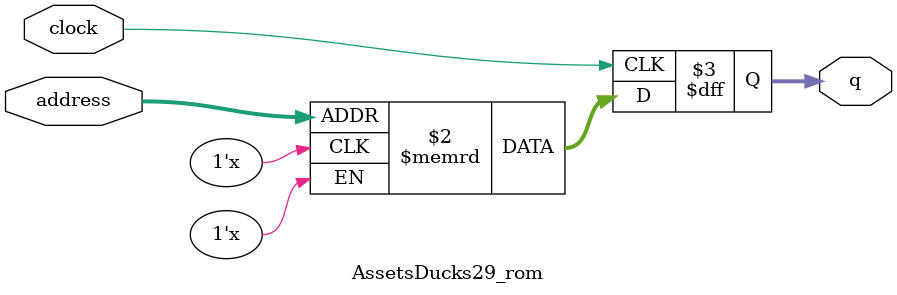
<source format=sv>
module AssetsDucks29_rom (
	input logic clock,
	input logic [11:0] address,
	output logic [3:0] q
);

logic [3:0] memory [0:4095] /* synthesis ram_init_file = "./AssetsDucks29/AssetsDucks29.mif" */;

always_ff @ (posedge clock) begin
	q <= memory[address];
end

endmodule

</source>
